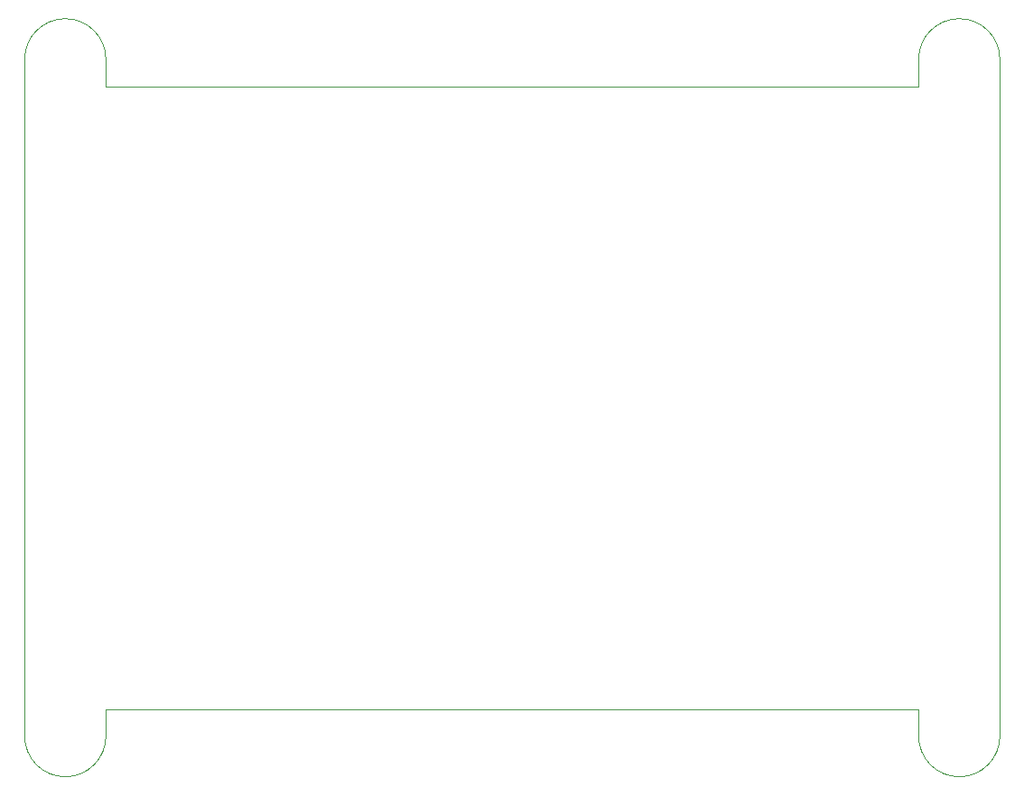
<source format=gbr>
%TF.GenerationSoftware,KiCad,Pcbnew,(5.1.10)-1*%
%TF.CreationDate,2021-12-18T16:47:07+01:00*%
%TF.ProjectId,Sonoff,536f6e6f-6666-42e6-9b69-6361645f7063,rev?*%
%TF.SameCoordinates,Original*%
%TF.FileFunction,Profile,NP*%
%FSLAX46Y46*%
G04 Gerber Fmt 4.6, Leading zero omitted, Abs format (unit mm)*
G04 Created by KiCad (PCBNEW (5.1.10)-1) date 2021-12-18 16:47:07*
%MOMM*%
%LPD*%
G01*
G04 APERTURE LIST*
%TA.AperFunction,Profile*%
%ADD10C,0.050000*%
%TD*%
G04 APERTURE END LIST*
D10*
X107950000Y-73660000D02*
X107950000Y-71120000D01*
X115570000Y-71120000D02*
X115570000Y-73660000D01*
X111760000Y-138430000D02*
G75*
G02*
X107950000Y-134620000I0J3810000D01*
G01*
X115570000Y-134620000D02*
G75*
G02*
X111760000Y-138430000I-3810000J0D01*
G01*
X195580000Y-138430000D02*
G75*
G02*
X191770000Y-134620000I0J3810000D01*
G01*
X199390000Y-134620000D02*
G75*
G02*
X195580000Y-138430000I-3810000J0D01*
G01*
X195580000Y-67310000D02*
G75*
G02*
X199390000Y-71120000I0J-3810000D01*
G01*
X191770000Y-71120000D02*
G75*
G02*
X195580000Y-67310000I3810000J0D01*
G01*
X111760000Y-67310000D02*
G75*
G02*
X115570000Y-71120000I0J-3810000D01*
G01*
X107950000Y-71120000D02*
G75*
G02*
X111760000Y-67310000I3810000J0D01*
G01*
X107950000Y-134620000D02*
X107950000Y-73660000D01*
X115570000Y-132080000D02*
X115570000Y-134620000D01*
X191770000Y-132080000D02*
X115570000Y-132080000D01*
X191770000Y-134620000D02*
X191770000Y-132080000D01*
X199390000Y-71120000D02*
X199390000Y-134620000D01*
X191770000Y-73660000D02*
X191770000Y-71120000D01*
X115570000Y-73660000D02*
X191770000Y-73660000D01*
M02*

</source>
